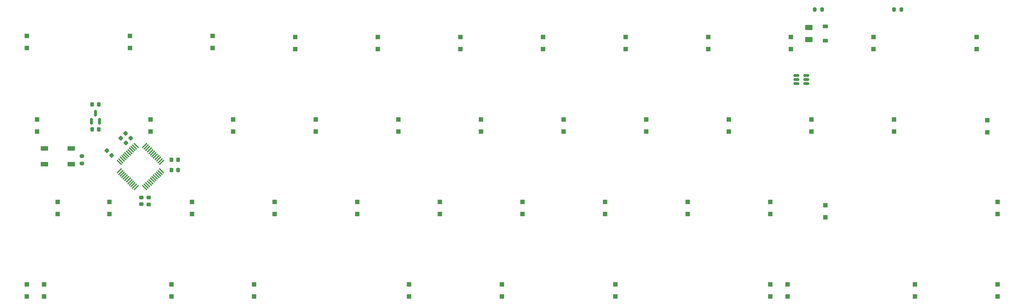
<source format=gbr>
%TF.GenerationSoftware,KiCad,Pcbnew,8.0.8*%
%TF.CreationDate,2025-02-23T20:38:21+01:00*%
%TF.ProjectId,forti rev 3,666f7274-6920-4726-9576-20332e6b6963,rev?*%
%TF.SameCoordinates,Original*%
%TF.FileFunction,Paste,Bot*%
%TF.FilePolarity,Positive*%
%FSLAX46Y46*%
G04 Gerber Fmt 4.6, Leading zero omitted, Abs format (unit mm)*
G04 Created by KiCad (PCBNEW 8.0.8) date 2025-02-23 20:38:21*
%MOMM*%
%LPD*%
G01*
G04 APERTURE LIST*
G04 Aperture macros list*
%AMRoundRect*
0 Rectangle with rounded corners*
0 $1 Rounding radius*
0 $2 $3 $4 $5 $6 $7 $8 $9 X,Y pos of 4 corners*
0 Add a 4 corners polygon primitive as box body*
4,1,4,$2,$3,$4,$5,$6,$7,$8,$9,$2,$3,0*
0 Add four circle primitives for the rounded corners*
1,1,$1+$1,$2,$3*
1,1,$1+$1,$4,$5*
1,1,$1+$1,$6,$7*
1,1,$1+$1,$8,$9*
0 Add four rect primitives between the rounded corners*
20,1,$1+$1,$2,$3,$4,$5,0*
20,1,$1+$1,$4,$5,$6,$7,0*
20,1,$1+$1,$6,$7,$8,$9,0*
20,1,$1+$1,$8,$9,$2,$3,0*%
G04 Aperture macros list end*
%ADD10RoundRect,0.250000X0.300000X-0.300000X0.300000X0.300000X-0.300000X0.300000X-0.300000X-0.300000X0*%
%ADD11RoundRect,0.200000X-0.200000X-0.275000X0.200000X-0.275000X0.200000X0.275000X-0.200000X0.275000X0*%
%ADD12RoundRect,0.200000X0.200000X0.275000X-0.200000X0.275000X-0.200000X-0.275000X0.200000X-0.275000X0*%
%ADD13R,1.800000X1.100000*%
%ADD14RoundRect,0.225000X-0.250000X0.225000X-0.250000X-0.225000X0.250000X-0.225000X0.250000X0.225000X0*%
%ADD15RoundRect,0.225000X0.335876X0.017678X0.017678X0.335876X-0.335876X-0.017678X-0.017678X-0.335876X0*%
%ADD16RoundRect,0.225000X0.375000X-0.225000X0.375000X0.225000X-0.375000X0.225000X-0.375000X-0.225000X0*%
%ADD17RoundRect,0.225000X-0.225000X-0.250000X0.225000X-0.250000X0.225000X0.250000X-0.225000X0.250000X0*%
%ADD18RoundRect,0.070000X0.521491X-0.422496X-0.422496X0.521491X-0.521491X0.422496X0.422496X-0.521491X0*%
%ADD19RoundRect,0.070000X0.521491X0.422496X0.422496X0.521491X-0.521491X-0.422496X-0.422496X-0.521491X0*%
%ADD20RoundRect,0.150000X0.150000X-0.587500X0.150000X0.587500X-0.150000X0.587500X-0.150000X-0.587500X0*%
%ADD21RoundRect,0.150000X-0.512500X-0.150000X0.512500X-0.150000X0.512500X0.150000X-0.512500X0.150000X0*%
%ADD22RoundRect,0.225000X0.225000X0.250000X-0.225000X0.250000X-0.225000X-0.250000X0.225000X-0.250000X0*%
%ADD23RoundRect,0.200000X0.275000X-0.200000X0.275000X0.200000X-0.275000X0.200000X-0.275000X-0.200000X0*%
%ADD24RoundRect,0.225000X0.017678X-0.335876X0.335876X-0.017678X-0.017678X0.335876X-0.335876X0.017678X0*%
%ADD25RoundRect,0.250000X-0.625000X0.375000X-0.625000X-0.375000X0.625000X-0.375000X0.625000X0.375000X0*%
G04 APERTURE END LIST*
D10*
%TO.C,D29*%
X119856250Y-80775000D03*
X119856250Y-77975000D03*
%TD*%
%TO.C,D36*%
X267493750Y-80775000D03*
X267493750Y-77975000D03*
%TD*%
%TO.C,D13*%
X46037500Y-61725000D03*
X46037500Y-58925000D03*
%TD*%
%TO.C,D41*%
X131762500Y-99825000D03*
X131762500Y-97025000D03*
%TD*%
%TO.C,D20*%
X186531250Y-61725000D03*
X186531250Y-58925000D03*
%TD*%
%TO.C,D26*%
X62706250Y-80775000D03*
X62706250Y-77975000D03*
%TD*%
D11*
%TO.C,R1*%
X243650000Y-33537500D03*
X245300000Y-33537500D03*
%TD*%
D10*
%TO.C,D22*%
X224631250Y-61725000D03*
X224631250Y-58925000D03*
%TD*%
%TO.C,D32*%
X177006250Y-80775000D03*
X177006250Y-77975000D03*
%TD*%
D12*
%TO.C,R2*%
X227043750Y-33537500D03*
X225393750Y-33537500D03*
%TD*%
D10*
%TO.C,D15*%
X91281250Y-61725000D03*
X91281250Y-58925000D03*
%TD*%
%TO.C,D40*%
X96043750Y-99825000D03*
X96043750Y-97025000D03*
%TD*%
%TO.C,D31*%
X157956250Y-80775000D03*
X157956250Y-77975000D03*
%TD*%
%TO.C,D21*%
X205581250Y-61725000D03*
X205581250Y-58925000D03*
%TD*%
%TO.C,D4*%
X105568750Y-42675000D03*
X105568750Y-39875000D03*
%TD*%
%TO.C,D9*%
X200818750Y-42675000D03*
X200818750Y-39875000D03*
%TD*%
%TO.C,D34*%
X215106250Y-80775000D03*
X215106250Y-77975000D03*
%TD*%
%TO.C,D24*%
X265112500Y-61912500D03*
X265112500Y-59112500D03*
%TD*%
%TO.C,D27*%
X81756250Y-80775000D03*
X81756250Y-77975000D03*
%TD*%
%TO.C,D16*%
X110331250Y-61725000D03*
X110331250Y-58925000D03*
%TD*%
%TO.C,D3*%
X86518750Y-42487500D03*
X86518750Y-39687500D03*
%TD*%
%TO.C,D42*%
X153193750Y-99825000D03*
X153193750Y-97025000D03*
%TD*%
%TO.C,D28*%
X100806250Y-80775000D03*
X100806250Y-77975000D03*
%TD*%
D13*
%TO.C,SW1*%
X53900000Y-65618750D03*
X47700000Y-65618750D03*
X53900000Y-69318750D03*
X47700000Y-69318750D03*
%TD*%
D10*
%TO.C,D10*%
X219868750Y-42675000D03*
X219868750Y-39875000D03*
%TD*%
D14*
%TO.C,C7*%
X70105094Y-77012500D03*
X70105094Y-78562500D03*
%TD*%
D15*
%TO.C,C4*%
X63254258Y-67223008D03*
X62158242Y-66126992D03*
%TD*%
D16*
%TO.C,D_PWR1*%
X227806250Y-40743750D03*
X227806250Y-37443750D03*
%TD*%
D10*
%TO.C,D38*%
X47625000Y-99825000D03*
X47625000Y-97025000D03*
%TD*%
%TO.C,D44*%
X215106250Y-99825000D03*
X215106250Y-97025000D03*
%TD*%
%TO.C,D2*%
X67468750Y-42487500D03*
X67468750Y-39687500D03*
%TD*%
D17*
%TO.C,C8*%
X77012500Y-70643750D03*
X78562500Y-70643750D03*
%TD*%
D10*
%TO.C,D23*%
X243681250Y-61725000D03*
X243681250Y-58925000D03*
%TD*%
%TO.C,D1*%
X43656250Y-42487500D03*
X43656250Y-39687500D03*
%TD*%
%TO.C,D39*%
X76993750Y-99825000D03*
X76993750Y-97025000D03*
%TD*%
%TO.C,D30*%
X138906250Y-80775000D03*
X138906250Y-77975000D03*
%TD*%
D18*
%TO.C,U2*%
X74737876Y-70848788D03*
X74384322Y-71202342D03*
X74030769Y-71555895D03*
X73677215Y-71909449D03*
X73323662Y-72263002D03*
X72970109Y-72616555D03*
X72616555Y-72970109D03*
X72263002Y-73323662D03*
X71909449Y-73677215D03*
X71555895Y-74030769D03*
X71202342Y-74384322D03*
X70848788Y-74737876D03*
D19*
X68851212Y-74737876D03*
X68497658Y-74384322D03*
X68144105Y-74030769D03*
X67790551Y-73677215D03*
X67436998Y-73323662D03*
X67083445Y-72970109D03*
X66729891Y-72616555D03*
X66376338Y-72263002D03*
X66022785Y-71909449D03*
X65669231Y-71555895D03*
X65315678Y-71202342D03*
X64962124Y-70848788D03*
D18*
X64962124Y-68851212D03*
X65315678Y-68497658D03*
X65669231Y-68144105D03*
X66022785Y-67790551D03*
X66376338Y-67436998D03*
X66729891Y-67083445D03*
X67083445Y-66729891D03*
X67436998Y-66376338D03*
X67790551Y-66022785D03*
X68144105Y-65669231D03*
X68497658Y-65315678D03*
X68851212Y-64962124D03*
D19*
X70848788Y-64962124D03*
X71202342Y-65315678D03*
X71555895Y-65669231D03*
X71909449Y-66022785D03*
X72263002Y-66376338D03*
X72616555Y-66729891D03*
X72970109Y-67083445D03*
X73323662Y-67436998D03*
X73677215Y-67790551D03*
X74030769Y-68144105D03*
X74384322Y-68497658D03*
X74737876Y-68851212D03*
%TD*%
D10*
%TO.C,D8*%
X181768750Y-42675000D03*
X181768750Y-39875000D03*
%TD*%
D20*
%TO.C,U3*%
X60440000Y-59357500D03*
X58540000Y-59357500D03*
X59490000Y-57482500D03*
%TD*%
D10*
%TO.C,D11*%
X238918750Y-42675000D03*
X238918750Y-39875000D03*
%TD*%
%TO.C,D25*%
X50800000Y-80775000D03*
X50800000Y-77975000D03*
%TD*%
%TO.C,D35*%
X227806250Y-81568750D03*
X227806250Y-78768750D03*
%TD*%
%TO.C,D12*%
X262731250Y-42675000D03*
X262731250Y-39875000D03*
%TD*%
%TO.C,D6*%
X143668750Y-42675000D03*
X143668750Y-39875000D03*
%TD*%
D21*
%TO.C,U1*%
X221118613Y-50692270D03*
X221118613Y-49742270D03*
X221118613Y-48792270D03*
X223393613Y-48792270D03*
X223393613Y-49742270D03*
X223393613Y-50692270D03*
%TD*%
D10*
%TO.C,D17*%
X129381250Y-61725000D03*
X129381250Y-58925000D03*
%TD*%
%TO.C,D7*%
X162718750Y-42675000D03*
X162718750Y-39875000D03*
%TD*%
D22*
%TO.C,C2*%
X60265808Y-61249873D03*
X58715808Y-61249873D03*
%TD*%
D10*
%TO.C,D5*%
X124618750Y-42675000D03*
X124618750Y-39875000D03*
%TD*%
%TO.C,D18*%
X148431250Y-61725000D03*
X148431250Y-58925000D03*
%TD*%
D23*
%TO.C,R3*%
X56356250Y-69087500D03*
X56356250Y-67437500D03*
%TD*%
D10*
%TO.C,D45*%
X219075000Y-99825000D03*
X219075000Y-97025000D03*
%TD*%
D24*
%TO.C,C5*%
X66494471Y-64398395D03*
X67590487Y-63302379D03*
%TD*%
D10*
%TO.C,D14*%
X72231250Y-61725000D03*
X72231250Y-58925000D03*
%TD*%
D25*
%TO.C,F1*%
X224031250Y-37693750D03*
X224031250Y-40493750D03*
%TD*%
D10*
%TO.C,D47*%
X267493750Y-99825000D03*
X267493750Y-97025000D03*
%TD*%
D14*
%TO.C,C9*%
X71737281Y-77025116D03*
X71737281Y-78575116D03*
%TD*%
D10*
%TO.C,D46*%
X248443750Y-99825000D03*
X248443750Y-97025000D03*
%TD*%
%TO.C,D33*%
X196056250Y-80775000D03*
X196056250Y-77975000D03*
%TD*%
%TO.C,D43*%
X179387500Y-99825000D03*
X179387500Y-97025000D03*
%TD*%
%TO.C,D19*%
X167481250Y-61725000D03*
X167481250Y-58925000D03*
%TD*%
%TO.C,D37*%
X43656250Y-99825000D03*
X43656250Y-97025000D03*
%TD*%
D22*
%TO.C,C1*%
X60265000Y-55457500D03*
X58715000Y-55457500D03*
%TD*%
D17*
%TO.C,C6*%
X77012500Y-68281250D03*
X78562500Y-68281250D03*
%TD*%
D24*
%TO.C,C3*%
X65336300Y-63265551D03*
X66432316Y-62169535D03*
%TD*%
M02*

</source>
